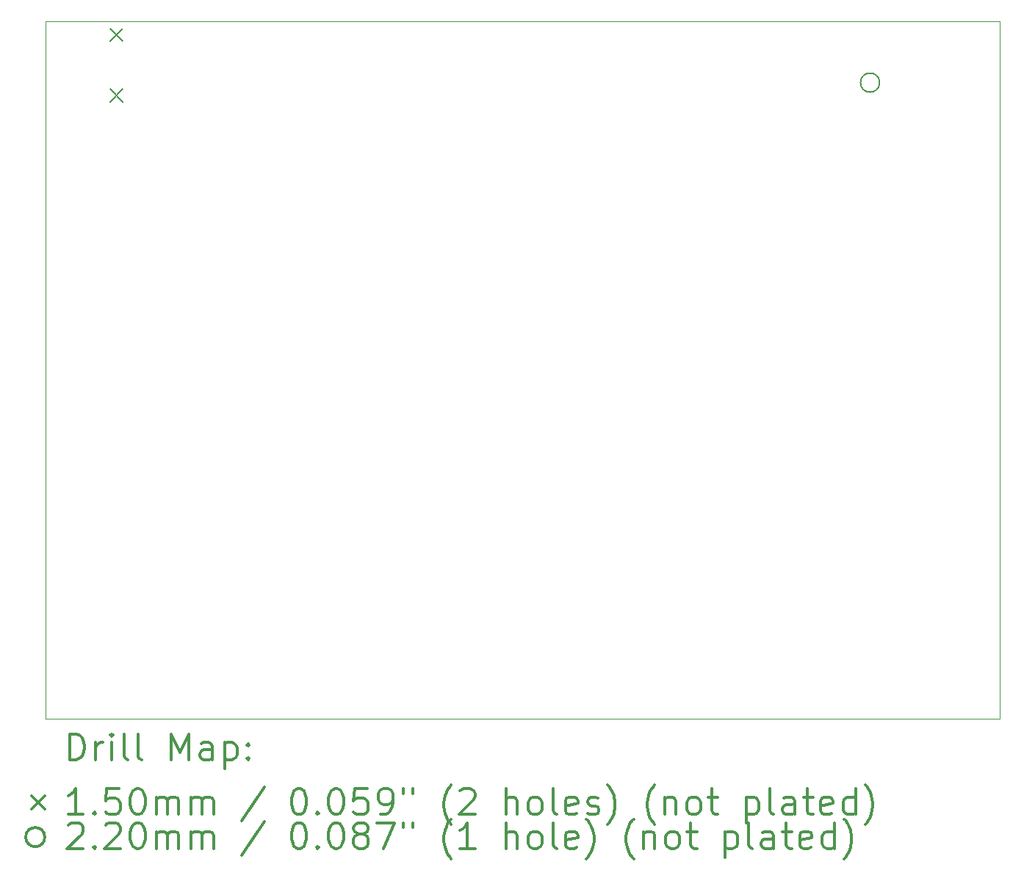
<source format=gbr>
%FSLAX45Y45*%
G04 Gerber Fmt 4.5, Leading zero omitted, Abs format (unit mm)*
G04 Created by KiCad (PCBNEW 5.0.2+dfsg1-1) date lun 11 feb 2019 17:56:47 CET*
%MOMM*%
%LPD*%
G01*
G04 APERTURE LIST*
%ADD10C,0.100000*%
%ADD11C,0.200000*%
%ADD12C,0.300000*%
G04 APERTURE END LIST*
D10*
X21000000Y-5835000D02*
X21000000Y-5595000D01*
X10000000Y-5835000D02*
X10000000Y-5595000D01*
X10000000Y-5593600D02*
X21000000Y-5593600D01*
X10000000Y-13638600D02*
X10000000Y-13338600D01*
X21000000Y-13638600D02*
X21000000Y-13338600D01*
X10000000Y-13338600D02*
X10000000Y-5838600D01*
X21000000Y-13638600D02*
X10000000Y-13638600D01*
X21000000Y-5838600D02*
X21000000Y-13338600D01*
D11*
X10745400Y-5673000D02*
X10895400Y-5823000D01*
X10895400Y-5673000D02*
X10745400Y-5823000D01*
X10745400Y-6373000D02*
X10895400Y-6523000D01*
X10895400Y-6373000D02*
X10745400Y-6523000D01*
X19617200Y-6299200D02*
G75*
G03X19617200Y-6299200I-110000J0D01*
G01*
D12*
X10281428Y-14109314D02*
X10281428Y-13809314D01*
X10352857Y-13809314D01*
X10395714Y-13823600D01*
X10424286Y-13852171D01*
X10438571Y-13880743D01*
X10452857Y-13937886D01*
X10452857Y-13980743D01*
X10438571Y-14037886D01*
X10424286Y-14066457D01*
X10395714Y-14095029D01*
X10352857Y-14109314D01*
X10281428Y-14109314D01*
X10581428Y-14109314D02*
X10581428Y-13909314D01*
X10581428Y-13966457D02*
X10595714Y-13937886D01*
X10610000Y-13923600D01*
X10638571Y-13909314D01*
X10667143Y-13909314D01*
X10767143Y-14109314D02*
X10767143Y-13909314D01*
X10767143Y-13809314D02*
X10752857Y-13823600D01*
X10767143Y-13837886D01*
X10781428Y-13823600D01*
X10767143Y-13809314D01*
X10767143Y-13837886D01*
X10952857Y-14109314D02*
X10924286Y-14095029D01*
X10910000Y-14066457D01*
X10910000Y-13809314D01*
X11110000Y-14109314D02*
X11081428Y-14095029D01*
X11067143Y-14066457D01*
X11067143Y-13809314D01*
X11452857Y-14109314D02*
X11452857Y-13809314D01*
X11552857Y-14023600D01*
X11652857Y-13809314D01*
X11652857Y-14109314D01*
X11924286Y-14109314D02*
X11924286Y-13952171D01*
X11910000Y-13923600D01*
X11881428Y-13909314D01*
X11824286Y-13909314D01*
X11795714Y-13923600D01*
X11924286Y-14095029D02*
X11895714Y-14109314D01*
X11824286Y-14109314D01*
X11795714Y-14095029D01*
X11781428Y-14066457D01*
X11781428Y-14037886D01*
X11795714Y-14009314D01*
X11824286Y-13995029D01*
X11895714Y-13995029D01*
X11924286Y-13980743D01*
X12067143Y-13909314D02*
X12067143Y-14209314D01*
X12067143Y-13923600D02*
X12095714Y-13909314D01*
X12152857Y-13909314D01*
X12181428Y-13923600D01*
X12195714Y-13937886D01*
X12210000Y-13966457D01*
X12210000Y-14052171D01*
X12195714Y-14080743D01*
X12181428Y-14095029D01*
X12152857Y-14109314D01*
X12095714Y-14109314D01*
X12067143Y-14095029D01*
X12338571Y-14080743D02*
X12352857Y-14095029D01*
X12338571Y-14109314D01*
X12324286Y-14095029D01*
X12338571Y-14080743D01*
X12338571Y-14109314D01*
X12338571Y-13923600D02*
X12352857Y-13937886D01*
X12338571Y-13952171D01*
X12324286Y-13937886D01*
X12338571Y-13923600D01*
X12338571Y-13952171D01*
X9845000Y-14528600D02*
X9995000Y-14678600D01*
X9995000Y-14528600D02*
X9845000Y-14678600D01*
X10438571Y-14739314D02*
X10267143Y-14739314D01*
X10352857Y-14739314D02*
X10352857Y-14439314D01*
X10324286Y-14482171D01*
X10295714Y-14510743D01*
X10267143Y-14525029D01*
X10567143Y-14710743D02*
X10581428Y-14725029D01*
X10567143Y-14739314D01*
X10552857Y-14725029D01*
X10567143Y-14710743D01*
X10567143Y-14739314D01*
X10852857Y-14439314D02*
X10710000Y-14439314D01*
X10695714Y-14582171D01*
X10710000Y-14567886D01*
X10738571Y-14553600D01*
X10810000Y-14553600D01*
X10838571Y-14567886D01*
X10852857Y-14582171D01*
X10867143Y-14610743D01*
X10867143Y-14682171D01*
X10852857Y-14710743D01*
X10838571Y-14725029D01*
X10810000Y-14739314D01*
X10738571Y-14739314D01*
X10710000Y-14725029D01*
X10695714Y-14710743D01*
X11052857Y-14439314D02*
X11081428Y-14439314D01*
X11110000Y-14453600D01*
X11124286Y-14467886D01*
X11138571Y-14496457D01*
X11152857Y-14553600D01*
X11152857Y-14625029D01*
X11138571Y-14682171D01*
X11124286Y-14710743D01*
X11110000Y-14725029D01*
X11081428Y-14739314D01*
X11052857Y-14739314D01*
X11024286Y-14725029D01*
X11010000Y-14710743D01*
X10995714Y-14682171D01*
X10981428Y-14625029D01*
X10981428Y-14553600D01*
X10995714Y-14496457D01*
X11010000Y-14467886D01*
X11024286Y-14453600D01*
X11052857Y-14439314D01*
X11281428Y-14739314D02*
X11281428Y-14539314D01*
X11281428Y-14567886D02*
X11295714Y-14553600D01*
X11324286Y-14539314D01*
X11367143Y-14539314D01*
X11395714Y-14553600D01*
X11410000Y-14582171D01*
X11410000Y-14739314D01*
X11410000Y-14582171D02*
X11424286Y-14553600D01*
X11452857Y-14539314D01*
X11495714Y-14539314D01*
X11524286Y-14553600D01*
X11538571Y-14582171D01*
X11538571Y-14739314D01*
X11681428Y-14739314D02*
X11681428Y-14539314D01*
X11681428Y-14567886D02*
X11695714Y-14553600D01*
X11724286Y-14539314D01*
X11767143Y-14539314D01*
X11795714Y-14553600D01*
X11810000Y-14582171D01*
X11810000Y-14739314D01*
X11810000Y-14582171D02*
X11824286Y-14553600D01*
X11852857Y-14539314D01*
X11895714Y-14539314D01*
X11924286Y-14553600D01*
X11938571Y-14582171D01*
X11938571Y-14739314D01*
X12524286Y-14425029D02*
X12267143Y-14810743D01*
X12910000Y-14439314D02*
X12938571Y-14439314D01*
X12967143Y-14453600D01*
X12981428Y-14467886D01*
X12995714Y-14496457D01*
X13010000Y-14553600D01*
X13010000Y-14625029D01*
X12995714Y-14682171D01*
X12981428Y-14710743D01*
X12967143Y-14725029D01*
X12938571Y-14739314D01*
X12910000Y-14739314D01*
X12881428Y-14725029D01*
X12867143Y-14710743D01*
X12852857Y-14682171D01*
X12838571Y-14625029D01*
X12838571Y-14553600D01*
X12852857Y-14496457D01*
X12867143Y-14467886D01*
X12881428Y-14453600D01*
X12910000Y-14439314D01*
X13138571Y-14710743D02*
X13152857Y-14725029D01*
X13138571Y-14739314D01*
X13124286Y-14725029D01*
X13138571Y-14710743D01*
X13138571Y-14739314D01*
X13338571Y-14439314D02*
X13367143Y-14439314D01*
X13395714Y-14453600D01*
X13410000Y-14467886D01*
X13424286Y-14496457D01*
X13438571Y-14553600D01*
X13438571Y-14625029D01*
X13424286Y-14682171D01*
X13410000Y-14710743D01*
X13395714Y-14725029D01*
X13367143Y-14739314D01*
X13338571Y-14739314D01*
X13310000Y-14725029D01*
X13295714Y-14710743D01*
X13281428Y-14682171D01*
X13267143Y-14625029D01*
X13267143Y-14553600D01*
X13281428Y-14496457D01*
X13295714Y-14467886D01*
X13310000Y-14453600D01*
X13338571Y-14439314D01*
X13710000Y-14439314D02*
X13567143Y-14439314D01*
X13552857Y-14582171D01*
X13567143Y-14567886D01*
X13595714Y-14553600D01*
X13667143Y-14553600D01*
X13695714Y-14567886D01*
X13710000Y-14582171D01*
X13724286Y-14610743D01*
X13724286Y-14682171D01*
X13710000Y-14710743D01*
X13695714Y-14725029D01*
X13667143Y-14739314D01*
X13595714Y-14739314D01*
X13567143Y-14725029D01*
X13552857Y-14710743D01*
X13867143Y-14739314D02*
X13924286Y-14739314D01*
X13952857Y-14725029D01*
X13967143Y-14710743D01*
X13995714Y-14667886D01*
X14010000Y-14610743D01*
X14010000Y-14496457D01*
X13995714Y-14467886D01*
X13981428Y-14453600D01*
X13952857Y-14439314D01*
X13895714Y-14439314D01*
X13867143Y-14453600D01*
X13852857Y-14467886D01*
X13838571Y-14496457D01*
X13838571Y-14567886D01*
X13852857Y-14596457D01*
X13867143Y-14610743D01*
X13895714Y-14625029D01*
X13952857Y-14625029D01*
X13981428Y-14610743D01*
X13995714Y-14596457D01*
X14010000Y-14567886D01*
X14124286Y-14439314D02*
X14124286Y-14496457D01*
X14238571Y-14439314D02*
X14238571Y-14496457D01*
X14681428Y-14853600D02*
X14667143Y-14839314D01*
X14638571Y-14796457D01*
X14624286Y-14767886D01*
X14610000Y-14725029D01*
X14595714Y-14653600D01*
X14595714Y-14596457D01*
X14610000Y-14525029D01*
X14624286Y-14482171D01*
X14638571Y-14453600D01*
X14667143Y-14410743D01*
X14681428Y-14396457D01*
X14781428Y-14467886D02*
X14795714Y-14453600D01*
X14824286Y-14439314D01*
X14895714Y-14439314D01*
X14924286Y-14453600D01*
X14938571Y-14467886D01*
X14952857Y-14496457D01*
X14952857Y-14525029D01*
X14938571Y-14567886D01*
X14767143Y-14739314D01*
X14952857Y-14739314D01*
X15310000Y-14739314D02*
X15310000Y-14439314D01*
X15438571Y-14739314D02*
X15438571Y-14582171D01*
X15424286Y-14553600D01*
X15395714Y-14539314D01*
X15352857Y-14539314D01*
X15324286Y-14553600D01*
X15310000Y-14567886D01*
X15624286Y-14739314D02*
X15595714Y-14725029D01*
X15581428Y-14710743D01*
X15567143Y-14682171D01*
X15567143Y-14596457D01*
X15581428Y-14567886D01*
X15595714Y-14553600D01*
X15624286Y-14539314D01*
X15667143Y-14539314D01*
X15695714Y-14553600D01*
X15710000Y-14567886D01*
X15724286Y-14596457D01*
X15724286Y-14682171D01*
X15710000Y-14710743D01*
X15695714Y-14725029D01*
X15667143Y-14739314D01*
X15624286Y-14739314D01*
X15895714Y-14739314D02*
X15867143Y-14725029D01*
X15852857Y-14696457D01*
X15852857Y-14439314D01*
X16124286Y-14725029D02*
X16095714Y-14739314D01*
X16038571Y-14739314D01*
X16010000Y-14725029D01*
X15995714Y-14696457D01*
X15995714Y-14582171D01*
X16010000Y-14553600D01*
X16038571Y-14539314D01*
X16095714Y-14539314D01*
X16124286Y-14553600D01*
X16138571Y-14582171D01*
X16138571Y-14610743D01*
X15995714Y-14639314D01*
X16252857Y-14725029D02*
X16281428Y-14739314D01*
X16338571Y-14739314D01*
X16367143Y-14725029D01*
X16381428Y-14696457D01*
X16381428Y-14682171D01*
X16367143Y-14653600D01*
X16338571Y-14639314D01*
X16295714Y-14639314D01*
X16267143Y-14625029D01*
X16252857Y-14596457D01*
X16252857Y-14582171D01*
X16267143Y-14553600D01*
X16295714Y-14539314D01*
X16338571Y-14539314D01*
X16367143Y-14553600D01*
X16481428Y-14853600D02*
X16495714Y-14839314D01*
X16524286Y-14796457D01*
X16538571Y-14767886D01*
X16552857Y-14725029D01*
X16567143Y-14653600D01*
X16567143Y-14596457D01*
X16552857Y-14525029D01*
X16538571Y-14482171D01*
X16524286Y-14453600D01*
X16495714Y-14410743D01*
X16481428Y-14396457D01*
X17024286Y-14853600D02*
X17010000Y-14839314D01*
X16981428Y-14796457D01*
X16967143Y-14767886D01*
X16952857Y-14725029D01*
X16938571Y-14653600D01*
X16938571Y-14596457D01*
X16952857Y-14525029D01*
X16967143Y-14482171D01*
X16981428Y-14453600D01*
X17010000Y-14410743D01*
X17024286Y-14396457D01*
X17138571Y-14539314D02*
X17138571Y-14739314D01*
X17138571Y-14567886D02*
X17152857Y-14553600D01*
X17181428Y-14539314D01*
X17224286Y-14539314D01*
X17252857Y-14553600D01*
X17267143Y-14582171D01*
X17267143Y-14739314D01*
X17452857Y-14739314D02*
X17424286Y-14725029D01*
X17410000Y-14710743D01*
X17395714Y-14682171D01*
X17395714Y-14596457D01*
X17410000Y-14567886D01*
X17424286Y-14553600D01*
X17452857Y-14539314D01*
X17495714Y-14539314D01*
X17524286Y-14553600D01*
X17538571Y-14567886D01*
X17552857Y-14596457D01*
X17552857Y-14682171D01*
X17538571Y-14710743D01*
X17524286Y-14725029D01*
X17495714Y-14739314D01*
X17452857Y-14739314D01*
X17638571Y-14539314D02*
X17752857Y-14539314D01*
X17681428Y-14439314D02*
X17681428Y-14696457D01*
X17695714Y-14725029D01*
X17724286Y-14739314D01*
X17752857Y-14739314D01*
X18081428Y-14539314D02*
X18081428Y-14839314D01*
X18081428Y-14553600D02*
X18110000Y-14539314D01*
X18167143Y-14539314D01*
X18195714Y-14553600D01*
X18210000Y-14567886D01*
X18224286Y-14596457D01*
X18224286Y-14682171D01*
X18210000Y-14710743D01*
X18195714Y-14725029D01*
X18167143Y-14739314D01*
X18110000Y-14739314D01*
X18081428Y-14725029D01*
X18395714Y-14739314D02*
X18367143Y-14725029D01*
X18352857Y-14696457D01*
X18352857Y-14439314D01*
X18638571Y-14739314D02*
X18638571Y-14582171D01*
X18624286Y-14553600D01*
X18595714Y-14539314D01*
X18538571Y-14539314D01*
X18510000Y-14553600D01*
X18638571Y-14725029D02*
X18610000Y-14739314D01*
X18538571Y-14739314D01*
X18510000Y-14725029D01*
X18495714Y-14696457D01*
X18495714Y-14667886D01*
X18510000Y-14639314D01*
X18538571Y-14625029D01*
X18610000Y-14625029D01*
X18638571Y-14610743D01*
X18738571Y-14539314D02*
X18852857Y-14539314D01*
X18781428Y-14439314D02*
X18781428Y-14696457D01*
X18795714Y-14725029D01*
X18824286Y-14739314D01*
X18852857Y-14739314D01*
X19067143Y-14725029D02*
X19038571Y-14739314D01*
X18981428Y-14739314D01*
X18952857Y-14725029D01*
X18938571Y-14696457D01*
X18938571Y-14582171D01*
X18952857Y-14553600D01*
X18981428Y-14539314D01*
X19038571Y-14539314D01*
X19067143Y-14553600D01*
X19081428Y-14582171D01*
X19081428Y-14610743D01*
X18938571Y-14639314D01*
X19338571Y-14739314D02*
X19338571Y-14439314D01*
X19338571Y-14725029D02*
X19310000Y-14739314D01*
X19252857Y-14739314D01*
X19224286Y-14725029D01*
X19210000Y-14710743D01*
X19195714Y-14682171D01*
X19195714Y-14596457D01*
X19210000Y-14567886D01*
X19224286Y-14553600D01*
X19252857Y-14539314D01*
X19310000Y-14539314D01*
X19338571Y-14553600D01*
X19452857Y-14853600D02*
X19467143Y-14839314D01*
X19495714Y-14796457D01*
X19510000Y-14767886D01*
X19524286Y-14725029D01*
X19538571Y-14653600D01*
X19538571Y-14596457D01*
X19524286Y-14525029D01*
X19510000Y-14482171D01*
X19495714Y-14453600D01*
X19467143Y-14410743D01*
X19452857Y-14396457D01*
X9995000Y-14999600D02*
G75*
G03X9995000Y-14999600I-110000J0D01*
G01*
X10267143Y-14863886D02*
X10281428Y-14849600D01*
X10310000Y-14835314D01*
X10381428Y-14835314D01*
X10410000Y-14849600D01*
X10424286Y-14863886D01*
X10438571Y-14892457D01*
X10438571Y-14921029D01*
X10424286Y-14963886D01*
X10252857Y-15135314D01*
X10438571Y-15135314D01*
X10567143Y-15106743D02*
X10581428Y-15121029D01*
X10567143Y-15135314D01*
X10552857Y-15121029D01*
X10567143Y-15106743D01*
X10567143Y-15135314D01*
X10695714Y-14863886D02*
X10710000Y-14849600D01*
X10738571Y-14835314D01*
X10810000Y-14835314D01*
X10838571Y-14849600D01*
X10852857Y-14863886D01*
X10867143Y-14892457D01*
X10867143Y-14921029D01*
X10852857Y-14963886D01*
X10681428Y-15135314D01*
X10867143Y-15135314D01*
X11052857Y-14835314D02*
X11081428Y-14835314D01*
X11110000Y-14849600D01*
X11124286Y-14863886D01*
X11138571Y-14892457D01*
X11152857Y-14949600D01*
X11152857Y-15021029D01*
X11138571Y-15078171D01*
X11124286Y-15106743D01*
X11110000Y-15121029D01*
X11081428Y-15135314D01*
X11052857Y-15135314D01*
X11024286Y-15121029D01*
X11010000Y-15106743D01*
X10995714Y-15078171D01*
X10981428Y-15021029D01*
X10981428Y-14949600D01*
X10995714Y-14892457D01*
X11010000Y-14863886D01*
X11024286Y-14849600D01*
X11052857Y-14835314D01*
X11281428Y-15135314D02*
X11281428Y-14935314D01*
X11281428Y-14963886D02*
X11295714Y-14949600D01*
X11324286Y-14935314D01*
X11367143Y-14935314D01*
X11395714Y-14949600D01*
X11410000Y-14978171D01*
X11410000Y-15135314D01*
X11410000Y-14978171D02*
X11424286Y-14949600D01*
X11452857Y-14935314D01*
X11495714Y-14935314D01*
X11524286Y-14949600D01*
X11538571Y-14978171D01*
X11538571Y-15135314D01*
X11681428Y-15135314D02*
X11681428Y-14935314D01*
X11681428Y-14963886D02*
X11695714Y-14949600D01*
X11724286Y-14935314D01*
X11767143Y-14935314D01*
X11795714Y-14949600D01*
X11810000Y-14978171D01*
X11810000Y-15135314D01*
X11810000Y-14978171D02*
X11824286Y-14949600D01*
X11852857Y-14935314D01*
X11895714Y-14935314D01*
X11924286Y-14949600D01*
X11938571Y-14978171D01*
X11938571Y-15135314D01*
X12524286Y-14821029D02*
X12267143Y-15206743D01*
X12910000Y-14835314D02*
X12938571Y-14835314D01*
X12967143Y-14849600D01*
X12981428Y-14863886D01*
X12995714Y-14892457D01*
X13010000Y-14949600D01*
X13010000Y-15021029D01*
X12995714Y-15078171D01*
X12981428Y-15106743D01*
X12967143Y-15121029D01*
X12938571Y-15135314D01*
X12910000Y-15135314D01*
X12881428Y-15121029D01*
X12867143Y-15106743D01*
X12852857Y-15078171D01*
X12838571Y-15021029D01*
X12838571Y-14949600D01*
X12852857Y-14892457D01*
X12867143Y-14863886D01*
X12881428Y-14849600D01*
X12910000Y-14835314D01*
X13138571Y-15106743D02*
X13152857Y-15121029D01*
X13138571Y-15135314D01*
X13124286Y-15121029D01*
X13138571Y-15106743D01*
X13138571Y-15135314D01*
X13338571Y-14835314D02*
X13367143Y-14835314D01*
X13395714Y-14849600D01*
X13410000Y-14863886D01*
X13424286Y-14892457D01*
X13438571Y-14949600D01*
X13438571Y-15021029D01*
X13424286Y-15078171D01*
X13410000Y-15106743D01*
X13395714Y-15121029D01*
X13367143Y-15135314D01*
X13338571Y-15135314D01*
X13310000Y-15121029D01*
X13295714Y-15106743D01*
X13281428Y-15078171D01*
X13267143Y-15021029D01*
X13267143Y-14949600D01*
X13281428Y-14892457D01*
X13295714Y-14863886D01*
X13310000Y-14849600D01*
X13338571Y-14835314D01*
X13610000Y-14963886D02*
X13581428Y-14949600D01*
X13567143Y-14935314D01*
X13552857Y-14906743D01*
X13552857Y-14892457D01*
X13567143Y-14863886D01*
X13581428Y-14849600D01*
X13610000Y-14835314D01*
X13667143Y-14835314D01*
X13695714Y-14849600D01*
X13710000Y-14863886D01*
X13724286Y-14892457D01*
X13724286Y-14906743D01*
X13710000Y-14935314D01*
X13695714Y-14949600D01*
X13667143Y-14963886D01*
X13610000Y-14963886D01*
X13581428Y-14978171D01*
X13567143Y-14992457D01*
X13552857Y-15021029D01*
X13552857Y-15078171D01*
X13567143Y-15106743D01*
X13581428Y-15121029D01*
X13610000Y-15135314D01*
X13667143Y-15135314D01*
X13695714Y-15121029D01*
X13710000Y-15106743D01*
X13724286Y-15078171D01*
X13724286Y-15021029D01*
X13710000Y-14992457D01*
X13695714Y-14978171D01*
X13667143Y-14963886D01*
X13824286Y-14835314D02*
X14024286Y-14835314D01*
X13895714Y-15135314D01*
X14124286Y-14835314D02*
X14124286Y-14892457D01*
X14238571Y-14835314D02*
X14238571Y-14892457D01*
X14681428Y-15249600D02*
X14667143Y-15235314D01*
X14638571Y-15192457D01*
X14624286Y-15163886D01*
X14610000Y-15121029D01*
X14595714Y-15049600D01*
X14595714Y-14992457D01*
X14610000Y-14921029D01*
X14624286Y-14878171D01*
X14638571Y-14849600D01*
X14667143Y-14806743D01*
X14681428Y-14792457D01*
X14952857Y-15135314D02*
X14781428Y-15135314D01*
X14867143Y-15135314D02*
X14867143Y-14835314D01*
X14838571Y-14878171D01*
X14810000Y-14906743D01*
X14781428Y-14921029D01*
X15310000Y-15135314D02*
X15310000Y-14835314D01*
X15438571Y-15135314D02*
X15438571Y-14978171D01*
X15424286Y-14949600D01*
X15395714Y-14935314D01*
X15352857Y-14935314D01*
X15324286Y-14949600D01*
X15310000Y-14963886D01*
X15624286Y-15135314D02*
X15595714Y-15121029D01*
X15581428Y-15106743D01*
X15567143Y-15078171D01*
X15567143Y-14992457D01*
X15581428Y-14963886D01*
X15595714Y-14949600D01*
X15624286Y-14935314D01*
X15667143Y-14935314D01*
X15695714Y-14949600D01*
X15710000Y-14963886D01*
X15724286Y-14992457D01*
X15724286Y-15078171D01*
X15710000Y-15106743D01*
X15695714Y-15121029D01*
X15667143Y-15135314D01*
X15624286Y-15135314D01*
X15895714Y-15135314D02*
X15867143Y-15121029D01*
X15852857Y-15092457D01*
X15852857Y-14835314D01*
X16124286Y-15121029D02*
X16095714Y-15135314D01*
X16038571Y-15135314D01*
X16010000Y-15121029D01*
X15995714Y-15092457D01*
X15995714Y-14978171D01*
X16010000Y-14949600D01*
X16038571Y-14935314D01*
X16095714Y-14935314D01*
X16124286Y-14949600D01*
X16138571Y-14978171D01*
X16138571Y-15006743D01*
X15995714Y-15035314D01*
X16238571Y-15249600D02*
X16252857Y-15235314D01*
X16281428Y-15192457D01*
X16295714Y-15163886D01*
X16310000Y-15121029D01*
X16324286Y-15049600D01*
X16324286Y-14992457D01*
X16310000Y-14921029D01*
X16295714Y-14878171D01*
X16281428Y-14849600D01*
X16252857Y-14806743D01*
X16238571Y-14792457D01*
X16781428Y-15249600D02*
X16767143Y-15235314D01*
X16738571Y-15192457D01*
X16724286Y-15163886D01*
X16710000Y-15121029D01*
X16695714Y-15049600D01*
X16695714Y-14992457D01*
X16710000Y-14921029D01*
X16724286Y-14878171D01*
X16738571Y-14849600D01*
X16767143Y-14806743D01*
X16781428Y-14792457D01*
X16895714Y-14935314D02*
X16895714Y-15135314D01*
X16895714Y-14963886D02*
X16910000Y-14949600D01*
X16938571Y-14935314D01*
X16981428Y-14935314D01*
X17010000Y-14949600D01*
X17024286Y-14978171D01*
X17024286Y-15135314D01*
X17210000Y-15135314D02*
X17181428Y-15121029D01*
X17167143Y-15106743D01*
X17152857Y-15078171D01*
X17152857Y-14992457D01*
X17167143Y-14963886D01*
X17181428Y-14949600D01*
X17210000Y-14935314D01*
X17252857Y-14935314D01*
X17281428Y-14949600D01*
X17295714Y-14963886D01*
X17310000Y-14992457D01*
X17310000Y-15078171D01*
X17295714Y-15106743D01*
X17281428Y-15121029D01*
X17252857Y-15135314D01*
X17210000Y-15135314D01*
X17395714Y-14935314D02*
X17510000Y-14935314D01*
X17438571Y-14835314D02*
X17438571Y-15092457D01*
X17452857Y-15121029D01*
X17481428Y-15135314D01*
X17510000Y-15135314D01*
X17838571Y-14935314D02*
X17838571Y-15235314D01*
X17838571Y-14949600D02*
X17867143Y-14935314D01*
X17924286Y-14935314D01*
X17952857Y-14949600D01*
X17967143Y-14963886D01*
X17981428Y-14992457D01*
X17981428Y-15078171D01*
X17967143Y-15106743D01*
X17952857Y-15121029D01*
X17924286Y-15135314D01*
X17867143Y-15135314D01*
X17838571Y-15121029D01*
X18152857Y-15135314D02*
X18124286Y-15121029D01*
X18110000Y-15092457D01*
X18110000Y-14835314D01*
X18395714Y-15135314D02*
X18395714Y-14978171D01*
X18381428Y-14949600D01*
X18352857Y-14935314D01*
X18295714Y-14935314D01*
X18267143Y-14949600D01*
X18395714Y-15121029D02*
X18367143Y-15135314D01*
X18295714Y-15135314D01*
X18267143Y-15121029D01*
X18252857Y-15092457D01*
X18252857Y-15063886D01*
X18267143Y-15035314D01*
X18295714Y-15021029D01*
X18367143Y-15021029D01*
X18395714Y-15006743D01*
X18495714Y-14935314D02*
X18610000Y-14935314D01*
X18538571Y-14835314D02*
X18538571Y-15092457D01*
X18552857Y-15121029D01*
X18581428Y-15135314D01*
X18610000Y-15135314D01*
X18824286Y-15121029D02*
X18795714Y-15135314D01*
X18738571Y-15135314D01*
X18710000Y-15121029D01*
X18695714Y-15092457D01*
X18695714Y-14978171D01*
X18710000Y-14949600D01*
X18738571Y-14935314D01*
X18795714Y-14935314D01*
X18824286Y-14949600D01*
X18838571Y-14978171D01*
X18838571Y-15006743D01*
X18695714Y-15035314D01*
X19095714Y-15135314D02*
X19095714Y-14835314D01*
X19095714Y-15121029D02*
X19067143Y-15135314D01*
X19010000Y-15135314D01*
X18981428Y-15121029D01*
X18967143Y-15106743D01*
X18952857Y-15078171D01*
X18952857Y-14992457D01*
X18967143Y-14963886D01*
X18981428Y-14949600D01*
X19010000Y-14935314D01*
X19067143Y-14935314D01*
X19095714Y-14949600D01*
X19210000Y-15249600D02*
X19224286Y-15235314D01*
X19252857Y-15192457D01*
X19267143Y-15163886D01*
X19281428Y-15121029D01*
X19295714Y-15049600D01*
X19295714Y-14992457D01*
X19281428Y-14921029D01*
X19267143Y-14878171D01*
X19252857Y-14849600D01*
X19224286Y-14806743D01*
X19210000Y-14792457D01*
M02*

</source>
